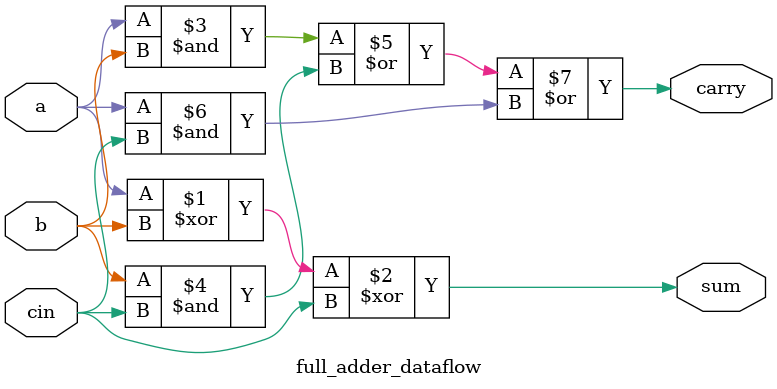
<source format=v>
`timescale 1ns / 1ps


module full_adder_dataflow(
    input a, b, cin,
    output sum, carry
);
    assign sum = a ^ b ^ cin;                        // 세 입력의 XOR
    assign carry = (a & b) | (b & cin) | (a & cin);  // 세 경우의 자리올림

endmodule

</source>
